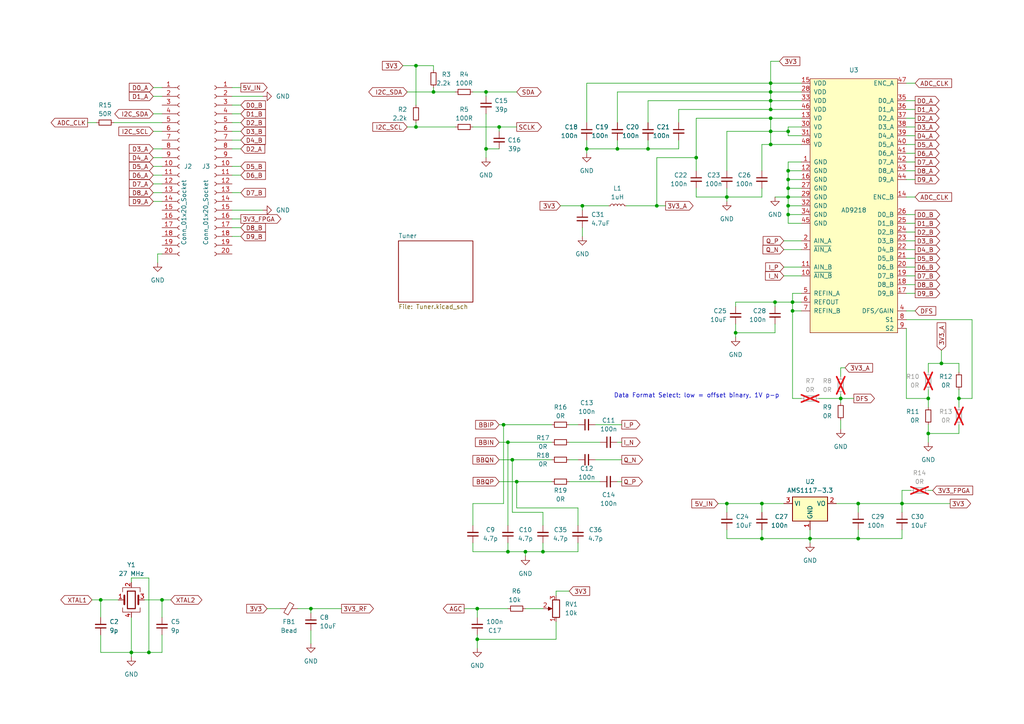
<source format=kicad_sch>
(kicad_sch (version 20230121) (generator eeschema)
  (paper "A4")
  (lib_symbols
    (symbol "Connector:Conn_01x20_Socket" (pin_names (offset 1.016) hide)
      (property "Reference" "J" (at 0 25.4 0))
      (property "Value" "Conn_01x20_Socket" (at 0 -27.94 0))
      (symbol "Conn_01x20_Socket_1_1"
        (pin passive line (at -5.08 22.86 0) (length 3.81) (name "Pin_1") (number "1"))
        (pin passive line (at -5.08 0 0) (length 3.81) (name "Pin_10") (number "10"))
        (pin passive line (at -5.08 -2.54 0) (length 3.81) (name "Pin_11") (number "11"))
        (pin passive line (at -5.08 -5.08 0) (length 3.81) (name "Pin_12") (number "12"))
        (pin passive line (at -5.08 -7.62 0) (length 3.81) (name "Pin_13") (number "13"))
        (pin passive line (at -5.08 -10.16 0) (length 3.81) (name "Pin_14") (number "14"))
        (pin passive line (at -5.08 -12.7 0) (length 3.81) (name "Pin_15") (number "15"))
        (pin passive line (at -5.08 -15.24 0) (length 3.81) (name "Pin_16") (number "16"))
        (pin passive line (at -5.08 -17.78 0) (length 3.81) (name "Pin_17") (number "17"))
        (pin passive line (at -5.08 -20.32 0) (length 3.81) (name "Pin_18") (number "18"))
        (pin passive line (at -5.08 -22.86 0) (length 3.81) (name "Pin_19") (number "19"))
        (pin passive line (at -5.08 20.32 0) (length 3.81) (name "Pin_2") (number "2"))
        (pin passive line (at -5.08 -25.4 0) (length 3.81) (name "Pin_20") (number "20"))
        (pin passive line (at -5.08 17.78 0) (length 3.81) (name "Pin_3") (number "3"))
        (pin passive line (at -5.08 15.24 0) (length 3.81) (name "Pin_4") (number "4"))
        (pin passive line (at -5.08 12.7 0) (length 3.81) (name "Pin_5") (number "5"))
        (pin passive line (at -5.08 10.16 0) (length 3.81) (name "Pin_6") (number "6"))
        (pin passive line (at -5.08 7.62 0) (length 3.81) (name "Pin_7") (number "7"))
        (pin passive line (at -5.08 5.08 0) (length 3.81) (name "Pin_8") (number "8"))
        (pin passive line (at -5.08 2.54 0) (length 3.81) (name "Pin_9") (number "9"))
      )
    )
    (symbol "Device:C_Small" (pin_numbers hide) (pin_names (offset 0.254) hide)
      (property "Reference" "C" (at 0.254 1.778 0))
      (property "Value" "C_Small" (at 0.254 -2.032 0))
      (symbol "C_Small_1_1"
        (pin passive line (at 0 2.54 270) (length 2.032) (name "~") (number "1"))
        (pin passive line (at 0 -2.54 90) (length 2.032) (name "~") (number "2"))
      )
    )
    (symbol "Device:Crystal_GND24" (pin_names (offset 1.016) hide)
      (property "Reference" "Y" (at 3.175 5.08 0))
      (property "Value" "Crystal_GND24" (at 3.175 3.175 0))
      (symbol "Crystal_GND24_1_1"
        (pin passive line (at -3.81 0 0) (length 1.27) (name "1") (number "1"))
        (pin passive line (at 0 5.08 270) (length 1.27) (name "2") (number "2"))
        (pin passive line (at 3.81 0 180) (length 1.27) (name "3") (number "3"))
        (pin passive line (at 0 -5.08 90) (length 1.27) (name "4") (number "4"))
      )
    )
    (symbol "Device:FerriteBead_Small" (pin_numbers hide) (pin_names (offset 0))
      (property "Reference" "FB" (at 1.905 1.27 0))
      (property "Value" "FerriteBead_Small" (at 1.905 -1.27 0))
      (symbol "FerriteBead_Small_1_1"
        (pin passive line (at 0 2.54 270) (length 1.27) (name "~") (number "1"))
        (pin passive line (at 0 -2.54 90) (length 1.27) (name "~") (number "2"))
      )
    )
    (symbol "Device:L_Small" (pin_numbers hide) (pin_names (offset 0.254) hide)
      (property "Reference" "L" (at 0.762 1.016 0))
      (property "Value" "L_Small" (at 0.762 -1.016 0))
      (symbol "L_Small_1_1"
        (pin passive line (at 0 2.54 270) (length 0.508) (name "~") (number "1"))
        (pin passive line (at 0 -2.54 90) (length 0.508) (name "~") (number "2"))
      )
    )
    (symbol "Device:R_Potentiometer" (pin_names (offset 1.016) hide)
      (property "Reference" "RV" (at -4.445 0 90))
      (property "Value" "R_Potentiometer" (at -2.54 0 90))
      (symbol "R_Potentiometer_1_1"
        (pin passive line (at 0 3.81 270) (length 1.27) (name "1") (number "1"))
        (pin passive line (at 3.81 0 180) (length 1.27) (name "2") (number "2"))
        (pin passive line (at 0 -3.81 90) (length 1.27) (name "3") (number "3"))
      )
    )
    (symbol "Device:R_Small" (pin_numbers hide) (pin_names (offset 0.254) hide)
      (property "Reference" "R" (at 0.762 0.508 0))
      (property "Value" "R_Small" (at 0.762 -1.016 0))
      (symbol "R_Small_1_1"
        (pin passive line (at 0 2.54 270) (length 0.762) (name "~") (number "1"))
        (pin passive line (at 0 -2.54 90) (length 0.762) (name "~") (number "2"))
      )
    )
    (symbol "Regulator_Linear:AMS1117-3.3"
      (property "Reference" "U" (at -3.81 3.175 0))
      (property "Value" "AMS1117-3.3" (at 0 3.175 0))
      (symbol "AMS1117-3.3_1_1"
        (pin power_in line (at 0 -7.62 90) (length 2.54) (name "GND") (number "1"))
        (pin power_out line (at 7.62 0 180) (length 2.54) (name "VO") (number "2"))
        (pin power_in line (at -7.62 0 0) (length 2.54) (name "VI") (number "3"))
      )
    )
    (symbol "ad9218:AD9218" (pin_names (offset 1.016))
      (property "Reference" "IC" (at -12.7 38.1 0))
      (property "Value" "AD9218" (at -12.7 -38.1 0))
      (symbol "AD9218_0_0"
        (pin power_in line (at -15.24 12.7 0) (length 2.54) (name "GND") (number "1"))
        (pin input line (at -15.24 -20.32 0) (length 2.54) (name "~{AIN_B}") (number "10"))
        (pin input line (at -15.24 -17.78 0) (length 2.54) (name "AIN_B") (number "11"))
        (pin power_in line (at -15.24 10.16 0) (length 2.54) (name "GND") (number "12"))
        (pin power_in line (at -15.24 25.4 0) (length 2.54) (name "VD") (number "13"))
        (pin input line (at 15.24 2.54 180) (length 2.54) (name "ENC_B") (number "14"))
        (pin power_in line (at -15.24 35.56 0) (length 2.54) (name "VDD") (number "15"))
        (pin power_in line (at -15.24 7.62 0) (length 2.54) (name "GND") (number "16"))
        (pin output line (at 15.24 -25.4 180) (length 2.54) (name "D9_B") (number "17"))
        (pin output line (at 15.24 -22.86 180) (length 2.54) (name "D8_B") (number "18"))
        (pin output line (at 15.24 -20.32 180) (length 2.54) (name "D7_B") (number "19"))
        (pin input line (at -15.24 -10.16 0) (length 2.54) (name "AIN_A") (number "2"))
        (pin output line (at 15.24 -17.78 180) (length 2.54) (name "D6_B") (number "20"))
        (pin output line (at 15.24 -15.24 180) (length 2.54) (name "D5_B") (number "21"))
        (pin output line (at 15.24 -12.7 180) (length 2.54) (name "D4_B") (number "22"))
        (pin output line (at 15.24 -10.16 180) (length 2.54) (name "D3_B") (number "23"))
        (pin output line (at 15.24 -7.62 180) (length 2.54) (name "D2_B") (number "24"))
        (pin output line (at 15.24 -5.08 180) (length 2.54) (name "D1_B") (number "25"))
        (pin output line (at 15.24 -2.54 180) (length 2.54) (name "D0_B") (number "26"))
        (pin power_in line (at -15.24 5.08 0) (length 2.54) (name "GND") (number "27"))
        (pin power_in line (at -15.24 33.02 0) (length 2.54) (name "VDD") (number "28"))
        (pin power_in line (at -15.24 2.54 0) (length 2.54) (name "GND") (number "29"))
        (pin input line (at -15.24 -12.7 0) (length 2.54) (name "~{AIN_A}") (number "3"))
        (pin power_in line (at -15.24 22.86 0) (length 2.54) (name "VD") (number "30"))
        (pin power_in line (at -15.24 20.32 0) (length 2.54) (name "VD") (number "31"))
        (pin power_in line (at -15.24 0 0) (length 2.54) (name "GND") (number "32"))
        (pin power_in line (at -15.24 30.48 0) (length 2.54) (name "VDD") (number "33"))
        (pin power_in line (at -15.24 -2.54 0) (length 2.54) (name "GND") (number "34"))
        (pin output line (at 15.24 30.48 180) (length 2.54) (name "D0_A") (number "35"))
        (pin output line (at 15.24 27.94 180) (length 2.54) (name "D1_A") (number "36"))
        (pin output line (at 15.24 25.4 180) (length 2.54) (name "D2_A") (number "37"))
        (pin output line (at 15.24 22.86 180) (length 2.54) (name "D3_A") (number "38"))
        (pin output line (at 15.24 20.32 180) (length 2.54) (name "D4_A") (number "39"))
        (pin input line (at 15.24 -30.48 180) (length 2.54) (name "DFS/GAIN") (number "4"))
        (pin output line (at 15.24 17.78 180) (length 2.54) (name "D5_A") (number "40"))
        (pin output line (at 15.24 15.24 180) (length 2.54) (name "D6_A") (number "41"))
        (pin output line (at 15.24 12.7 180) (length 2.54) (name "D7_A") (number "42"))
        (pin output line (at 15.24 10.16 180) (length 2.54) (name "D8_A") (number "43"))
        (pin output line (at 15.24 7.62 180) (length 2.54) (name "D9_A") (number "44"))
        (pin power_in line (at -15.24 -5.08 0) (length 2.54) (name "GND") (number "45"))
        (pin power_in line (at -15.24 27.94 0) (length 2.54) (name "VDD") (number "46"))
        (pin input line (at 15.24 35.56 180) (length 2.54) (name "ENC_A") (number "47"))
        (pin power_in line (at -15.24 17.78 0) (length 2.54) (name "VD") (number "48"))
        (pin input line (at -15.24 -25.4 0) (length 2.54) (name "REFIN_A") (number "5"))
        (pin output line (at -15.24 -27.94 0) (length 2.54) (name "REFOUT") (number "6"))
        (pin input line (at -15.24 -30.48 0) (length 2.54) (name "REFIN_B") (number "7"))
        (pin input line (at 15.24 -33.02 180) (length 2.54) (name "S1") (number "8"))
        (pin input line (at 15.24 -35.56 180) (length 2.54) (name "S2") (number "9"))
      )
    )
    (symbol "power:GND" (power) (pin_names (offset 0))
      (property "Value" "GND" (at 0 -3.81 0))
      (symbol "GND_1_1"
        (pin power_in line (at 0 0 270) (length 0) hide (name "GND") (number "1"))
      )
    )
  )
  (junction (at 229.87 90.17))
  (junction (at 43.18 189.23))
  (junction (at 144.78 36.83))
  (junction (at 220.98 146.05))
  (junction (at 120.65 36.83))
  (junction (at 223.52 34.29))
  (junction (at 269.24 125.73))
  (junction (at 190.5 59.69))
  (junction (at 223.52 31.75))
  (junction (at 228.6 38.1))
  (junction (at 187.96 43.18))
  (junction (at 210.82 57.15))
  (junction (at 248.92 156.21))
  (junction (at 224.79 87.63))
  (junction (at 243.84 115.57))
  (junction (at 38.1 189.23))
  (junction (at 248.92 146.05))
  (junction (at 140.97 43.18))
  (junction (at 269.24 115.57))
  (junction (at 228.6 49.53))
  (junction (at 229.87 87.63))
  (junction (at 170.18 43.18))
  (junction (at 278.13 115.57))
  (junction (at 228.6 52.07))
  (junction (at 223.52 38.1))
  (junction (at 201.93 45.72))
  (junction (at 140.97 26.67))
  (junction (at 228.6 57.15))
  (junction (at 179.07 43.18))
  (junction (at 46.99 173.99))
  (junction (at 223.52 29.21))
  (junction (at 90.17 176.53))
  (junction (at 152.4 160.02))
  (junction (at 210.82 146.05))
  (junction (at 149.86 139.7))
  (junction (at 234.95 156.21))
  (junction (at 147.32 128.27))
  (junction (at 157.48 160.02))
  (junction (at 273.05 105.41))
  (junction (at 213.36 96.52))
  (junction (at 120.65 19.05))
  (junction (at 125.73 26.67))
  (junction (at 29.21 173.99))
  (junction (at 228.6 62.23))
  (junction (at 138.43 185.42))
  (junction (at 220.98 156.21))
  (junction (at 223.52 26.67))
  (junction (at 228.6 54.61))
  (junction (at 138.43 176.53))
  (junction (at 223.52 41.91))
  (junction (at 228.6 59.69))
  (junction (at 147.32 160.02))
  (junction (at 223.52 24.13))
  (junction (at 261.62 146.05))
  (junction (at 146.05 123.19))
  (junction (at 148.59 133.35))
  (junction (at 168.91 59.69))
  (wire (pts (xy 43.18 189.23) (xy 38.1 189.23)))
  (wire (pts (xy 201.93 57.15) (xy 201.93 54.61)))
  (wire (pts (xy 208.28 146.05) (xy 210.82 146.05)))
  (wire (pts (xy 148.59 148.59) (xy 148.59 133.35)))
  (wire (pts (xy 262.89 115.57) (xy 269.24 115.57)))
  (wire (pts (xy 46.99 173.99) (xy 46.99 179.07)))
  (wire (pts (xy 269.24 125.73) (xy 269.24 128.27)))
  (wire (pts (xy 229.87 90.17) (xy 229.87 115.57)))
  (wire (pts (xy 261.62 153.67) (xy 261.62 156.21)))
  (wire (pts (xy 265.43 64.77) (xy 262.89 64.77)))
  (wire (pts (xy 242.57 146.05) (xy 248.92 146.05)))
  (wire (pts (xy 228.6 38.1) (xy 223.52 38.1)))
  (wire (pts (xy 278.13 105.41) (xy 278.13 107.95)))
  (wire (pts (xy 232.41 52.07) (xy 228.6 52.07)))
  (wire (pts (xy 243.84 115.57) (xy 237.49 115.57)))
  (wire (pts (xy 41.91 173.99) (xy 46.99 173.99)))
  (wire (pts (xy 281.94 115.57) (xy 278.13 115.57)))
  (wire (pts (xy 243.84 106.68) (xy 243.84 109.22)))
  (wire (pts (xy 165.1 123.19) (xy 167.64 123.19)))
  (wire (pts (xy 147.32 128.27) (xy 160.02 128.27)))
  (wire (pts (xy 265.43 52.07) (xy 262.89 52.07)))
  (wire (pts (xy 138.43 179.07) (xy 138.43 176.53)))
  (wire (pts (xy 44.45 25.4) (xy 46.99 25.4)))
  (wire (pts (xy 232.41 36.83) (xy 228.6 36.83)))
  (wire (pts (xy 187.96 40.64) (xy 187.96 43.18)))
  (wire (pts (xy 248.92 146.05) (xy 248.92 148.59)))
  (wire (pts (xy 223.52 29.21) (xy 187.96 29.21)))
  (wire (pts (xy 232.41 85.09) (xy 229.87 85.09)))
  (wire (pts (xy 201.93 34.29) (xy 223.52 34.29)))
  (wire (pts (xy 167.64 152.4) (xy 167.64 147.32)))
  (wire (pts (xy 38.1 168.91) (xy 38.1 167.64)))
  (wire (pts (xy 34.29 173.99) (xy 29.21 173.99)))
  (wire (pts (xy 269.24 123.19) (xy 269.24 125.73)))
  (wire (pts (xy 273.05 105.41) (xy 278.13 105.41)))
  (wire (pts (xy 232.41 59.69) (xy 228.6 59.69)))
  (wire (pts (xy 228.6 54.61) (xy 228.6 57.15)))
  (wire (pts (xy 118.11 26.67) (xy 125.73 26.67)))
  (wire (pts (xy 213.36 87.63) (xy 213.36 88.9)))
  (wire (pts (xy 265.43 85.09) (xy 262.89 85.09)))
  (wire (pts (xy 152.4 160.02) (xy 147.32 160.02)))
  (wire (pts (xy 265.43 39.37) (xy 262.89 39.37)))
  (wire (pts (xy 44.45 58.42) (xy 46.99 58.42)))
  (wire (pts (xy 152.4 160.02) (xy 152.4 161.29)))
  (wire (pts (xy 223.52 26.67) (xy 179.07 26.67)))
  (wire (pts (xy 44.45 38.1) (xy 46.99 38.1)))
  (wire (pts (xy 170.18 40.64) (xy 170.18 43.18)))
  (wire (pts (xy 76.2 27.94) (xy 67.31 27.94)))
  (wire (pts (xy 168.91 66.04) (xy 168.91 68.58)))
  (wire (pts (xy 137.16 146.05) (xy 146.05 146.05)))
  (wire (pts (xy 220.98 54.61) (xy 220.98 57.15)))
  (wire (pts (xy 213.36 96.52) (xy 213.36 93.98)))
  (wire (pts (xy 86.36 176.53) (xy 90.17 176.53)))
  (wire (pts (xy 157.48 152.4) (xy 157.48 148.59)))
  (wire (pts (xy 44.45 27.94) (xy 46.99 27.94)))
  (wire (pts (xy 265.43 44.45) (xy 262.89 44.45)))
  (wire (pts (xy 232.41 54.61) (xy 228.6 54.61)))
  (wire (pts (xy 165.1 139.7) (xy 173.99 139.7)))
  (wire (pts (xy 223.52 38.1) (xy 223.52 41.91)))
  (wire (pts (xy 45.72 73.66) (xy 46.99 73.66)))
  (wire (pts (xy 165.1 133.35) (xy 167.64 133.35)))
  (wire (pts (xy 232.41 77.47) (xy 227.33 77.47)))
  (wire (pts (xy 190.5 59.69) (xy 190.5 45.72)))
  (wire (pts (xy 269.24 107.95) (xy 269.24 105.41)))
  (wire (pts (xy 44.45 43.18) (xy 46.99 43.18)))
  (wire (pts (xy 147.32 128.27) (xy 147.32 152.4)))
  (wire (pts (xy 44.45 45.72) (xy 46.99 45.72)))
  (wire (pts (xy 190.5 59.69) (xy 193.04 59.69)))
  (wire (pts (xy 220.98 57.15) (xy 210.82 57.15)))
  (wire (pts (xy 210.82 146.05) (xy 220.98 146.05)))
  (wire (pts (xy 223.52 34.29) (xy 223.52 38.1)))
  (wire (pts (xy 224.79 96.52) (xy 213.36 96.52)))
  (wire (pts (xy 146.05 146.05) (xy 146.05 123.19)))
  (wire (pts (xy 273.05 101.6) (xy 273.05 105.41)))
  (wire (pts (xy 201.93 34.29) (xy 201.93 45.72)))
  (wire (pts (xy 248.92 146.05) (xy 261.62 146.05)))
  (wire (pts (xy 120.65 19.05) (xy 125.73 19.05)))
  (wire (pts (xy 265.43 69.85) (xy 262.89 69.85)))
  (wire (pts (xy 187.96 35.56) (xy 187.96 29.21)))
  (wire (pts (xy 116.84 19.05) (xy 120.65 19.05)))
  (wire (pts (xy 232.41 80.01) (xy 227.33 80.01)))
  (wire (pts (xy 26.67 173.99) (xy 29.21 173.99)))
  (wire (pts (xy 269.24 105.41) (xy 273.05 105.41)))
  (wire (pts (xy 38.1 189.23) (xy 38.1 190.5)))
  (wire (pts (xy 140.97 33.02) (xy 140.97 43.18)))
  (wire (pts (xy 144.78 133.35) (xy 148.59 133.35)))
  (wire (pts (xy 223.52 34.29) (xy 232.41 34.29)))
  (wire (pts (xy 210.82 156.21) (xy 220.98 156.21)))
  (wire (pts (xy 157.48 157.48) (xy 157.48 160.02)))
  (wire (pts (xy 229.87 90.17) (xy 229.87 87.63)))
  (wire (pts (xy 228.6 52.07) (xy 228.6 54.61)))
  (wire (pts (xy 228.6 57.15) (xy 224.79 57.15)))
  (wire (pts (xy 120.65 36.83) (xy 132.08 36.83)))
  (wire (pts (xy 144.78 36.83) (xy 149.86 36.83)))
  (wire (pts (xy 125.73 25.4) (xy 125.73 26.67)))
  (wire (pts (xy 168.91 59.69) (xy 176.53 59.69)))
  (wire (pts (xy 232.41 39.37) (xy 228.6 39.37)))
  (wire (pts (xy 243.84 121.92) (xy 243.84 124.46)))
  (wire (pts (xy 125.73 26.67) (xy 132.08 26.67)))
  (wire (pts (xy 228.6 57.15) (xy 228.6 59.69)))
  (wire (pts (xy 138.43 185.42) (xy 138.43 187.96)))
  (wire (pts (xy 232.41 29.21) (xy 223.52 29.21)))
  (wire (pts (xy 67.31 25.4) (xy 69.85 25.4)))
  (wire (pts (xy 137.16 36.83) (xy 144.78 36.83)))
  (wire (pts (xy 265.43 46.99) (xy 262.89 46.99)))
  (wire (pts (xy 220.98 156.21) (xy 234.95 156.21)))
  (wire (pts (xy 220.98 41.91) (xy 220.98 49.53)))
  (wire (pts (xy 232.41 115.57) (xy 229.87 115.57)))
  (wire (pts (xy 261.62 146.05) (xy 261.62 148.59)))
  (wire (pts (xy 261.62 156.21) (xy 248.92 156.21)))
  (wire (pts (xy 245.11 106.68) (xy 243.84 106.68)))
  (wire (pts (xy 234.95 156.21) (xy 234.95 157.48)))
  (wire (pts (xy 265.43 90.17) (xy 262.89 90.17)))
  (wire (pts (xy 90.17 182.88) (xy 90.17 186.69)))
  (wire (pts (xy 220.98 41.91) (xy 223.52 41.91)))
  (wire (pts (xy 67.31 66.04) (xy 69.85 66.04)))
  (wire (pts (xy 187.96 43.18) (xy 179.07 43.18)))
  (wire (pts (xy 228.6 49.53) (xy 228.6 52.07)))
  (wire (pts (xy 45.72 76.2) (xy 45.72 73.66)))
  (wire (pts (xy 278.13 125.73) (xy 269.24 125.73)))
  (wire (pts (xy 224.79 93.98) (xy 224.79 96.52)))
  (wire (pts (xy 220.98 146.05) (xy 227.33 146.05)))
  (wire (pts (xy 161.29 180.34) (xy 161.29 185.42)))
  (wire (pts (xy 167.64 160.02) (xy 157.48 160.02)))
  (wire (pts (xy 165.1 128.27) (xy 173.99 128.27)))
  (wire (pts (xy 265.43 36.83) (xy 262.89 36.83)))
  (wire (pts (xy 138.43 176.53) (xy 147.32 176.53)))
  (wire (pts (xy 265.43 31.75) (xy 262.89 31.75)))
  (wire (pts (xy 265.43 24.13) (xy 262.89 24.13)))
  (wire (pts (xy 140.97 26.67) (xy 149.86 26.67)))
  (wire (pts (xy 67.31 50.8) (xy 69.85 50.8)))
  (wire (pts (xy 67.31 40.64) (xy 69.85 40.64)))
  (wire (pts (xy 167.64 157.48) (xy 167.64 160.02)))
  (wire (pts (xy 196.85 43.18) (xy 187.96 43.18)))
  (wire (pts (xy 248.92 153.67) (xy 248.92 156.21)))
  (wire (pts (xy 118.11 36.83) (xy 120.65 36.83)))
  (wire (pts (xy 213.36 96.52) (xy 213.36 97.79)))
  (wire (pts (xy 232.41 62.23) (xy 228.6 62.23)))
  (wire (pts (xy 157.48 148.59) (xy 148.59 148.59)))
  (wire (pts (xy 67.31 55.88) (xy 69.85 55.88)))
  (wire (pts (xy 179.07 40.64) (xy 179.07 43.18)))
  (wire (pts (xy 144.78 123.19) (xy 146.05 123.19)))
  (wire (pts (xy 269.24 113.03) (xy 269.24 115.57)))
  (wire (pts (xy 46.99 173.99) (xy 49.53 173.99)))
  (wire (pts (xy 247.65 115.57) (xy 243.84 115.57)))
  (wire (pts (xy 265.43 49.53) (xy 262.89 49.53)))
  (wire (pts (xy 67.31 48.26) (xy 69.85 48.26)))
  (wire (pts (xy 210.82 153.67) (xy 210.82 156.21)))
  (wire (pts (xy 67.31 38.1) (xy 69.85 38.1)))
  (wire (pts (xy 146.05 123.19) (xy 160.02 123.19)))
  (wire (pts (xy 234.95 153.67) (xy 234.95 156.21)))
  (wire (pts (xy 223.52 24.13) (xy 223.52 26.67)))
  (wire (pts (xy 144.78 36.83) (xy 144.78 38.1)))
  (wire (pts (xy 223.52 31.75) (xy 232.41 31.75)))
  (wire (pts (xy 67.31 68.58) (xy 69.85 68.58)))
  (wire (pts (xy 152.4 176.53) (xy 157.48 176.53)))
  (wire (pts (xy 265.43 67.31) (xy 262.89 67.31)))
  (wire (pts (xy 232.41 26.67) (xy 223.52 26.67)))
  (wire (pts (xy 210.82 38.1) (xy 210.82 49.53)))
  (wire (pts (xy 232.41 64.77) (xy 228.6 64.77)))
  (wire (pts (xy 67.31 60.96) (xy 76.2 60.96)))
  (wire (pts (xy 223.52 24.13) (xy 170.18 24.13)))
  (wire (pts (xy 264.16 142.24) (xy 261.62 142.24)))
  (wire (pts (xy 44.45 53.34) (xy 46.99 53.34)))
  (wire (pts (xy 67.31 63.5) (xy 69.85 63.5)))
  (wire (pts (xy 223.52 41.91) (xy 232.41 41.91)))
  (wire (pts (xy 170.18 24.13) (xy 170.18 35.56)))
  (wire (pts (xy 201.93 45.72) (xy 201.93 49.53)))
  (wire (pts (xy 196.85 31.75) (xy 223.52 31.75)))
  (wire (pts (xy 223.52 38.1) (xy 210.82 38.1)))
  (wire (pts (xy 90.17 176.53) (xy 99.06 176.53)))
  (wire (pts (xy 265.43 34.29) (xy 262.89 34.29)))
  (wire (pts (xy 223.52 29.21) (xy 223.52 31.75)))
  (wire (pts (xy 137.16 152.4) (xy 137.16 146.05)))
  (wire (pts (xy 196.85 35.56) (xy 196.85 31.75)))
  (wire (pts (xy 220.98 153.67) (xy 220.98 156.21)))
  (wire (pts (xy 232.41 87.63) (xy 229.87 87.63)))
  (wire (pts (xy 44.45 50.8) (xy 46.99 50.8)))
  (wire (pts (xy 38.1 189.23) (xy 29.21 189.23)))
  (wire (pts (xy 161.29 185.42) (xy 138.43 185.42)))
  (wire (pts (xy 261.62 146.05) (xy 275.59 146.05)))
  (wire (pts (xy 243.84 114.3) (xy 243.84 115.57)))
  (wire (pts (xy 144.78 139.7) (xy 149.86 139.7)))
  (wire (pts (xy 38.1 179.07) (xy 38.1 189.23)))
  (wire (pts (xy 162.56 59.69) (xy 168.91 59.69)))
  (wire (pts (xy 29.21 184.15) (xy 29.21 189.23)))
  (wire (pts (xy 149.86 147.32) (xy 149.86 139.7)))
  (wire (pts (xy 261.62 142.24) (xy 261.62 146.05)))
  (wire (pts (xy 161.29 171.45) (xy 161.29 172.72)))
  (wire (pts (xy 232.41 49.53) (xy 228.6 49.53)))
  (wire (pts (xy 228.6 38.1) (xy 228.6 39.37)))
  (wire (pts (xy 29.21 173.99) (xy 29.21 179.07)))
  (wire (pts (xy 67.31 30.48) (xy 69.85 30.48)))
  (wire (pts (xy 179.07 139.7) (xy 180.34 139.7)))
  (wire (pts (xy 232.41 24.13) (xy 223.52 24.13)))
  (wire (pts (xy 278.13 113.03) (xy 278.13 115.57)))
  (wire (pts (xy 248.92 156.21) (xy 234.95 156.21)))
  (wire (pts (xy 167.64 147.32) (xy 149.86 147.32)))
  (wire (pts (xy 265.43 41.91) (xy 262.89 41.91)))
  (wire (pts (xy 228.6 59.69) (xy 228.6 62.23)))
  (wire (pts (xy 278.13 123.19) (xy 278.13 125.73)))
  (wire (pts (xy 179.07 128.27) (xy 180.34 128.27)))
  (wire (pts (xy 38.1 167.64) (xy 43.18 167.64)))
  (wire (pts (xy 125.73 20.32) (xy 125.73 19.05)))
  (wire (pts (xy 120.65 35.56) (xy 120.65 36.83)))
  (wire (pts (xy 220.98 146.05) (xy 220.98 148.59)))
  (wire (pts (xy 224.79 87.63) (xy 213.36 87.63)))
  (wire (pts (xy 210.82 146.05) (xy 210.82 148.59)))
  (wire (pts (xy 181.61 59.69) (xy 190.5 59.69)))
  (wire (pts (xy 243.84 115.57) (xy 243.84 116.84)))
  (wire (pts (xy 265.43 62.23) (xy 262.89 62.23)))
  (wire (pts (xy 140.97 43.18) (xy 144.78 43.18)))
  (wire (pts (xy 210.82 57.15) (xy 210.82 58.42)))
  (wire (pts (xy 226.06 17.78) (xy 223.52 17.78)))
  (wire (pts (xy 33.02 35.56) (xy 46.99 35.56)))
  (wire (pts (xy 67.31 43.18) (xy 69.85 43.18)))
  (wire (pts (xy 232.41 69.85) (xy 227.33 69.85)))
  (wire (pts (xy 262.89 95.25) (xy 262.89 115.57)))
  (wire (pts (xy 172.72 133.35) (xy 180.34 133.35)))
  (wire (pts (xy 196.85 40.64) (xy 196.85 43.18)))
  (wire (pts (xy 170.18 44.45) (xy 170.18 43.18)))
  (wire (pts (xy 165.1 171.45) (xy 161.29 171.45)))
  (wire (pts (xy 138.43 184.15) (xy 138.43 185.42)))
  (wire (pts (xy 137.16 26.67) (xy 140.97 26.67)))
  (wire (pts (xy 67.31 33.02) (xy 69.85 33.02)))
  (wire (pts (xy 269.24 142.24) (xy 270.51 142.24)))
  (wire (pts (xy 140.97 43.18) (xy 140.97 45.72)))
  (wire (pts (xy 144.78 128.27) (xy 147.32 128.27)))
  (wire (pts (xy 147.32 157.48) (xy 147.32 160.02)))
  (wire (pts (xy 157.48 160.02) (xy 152.4 160.02)))
  (wire (pts (xy 232.41 72.39) (xy 227.33 72.39)))
  (wire (pts (xy 232.41 46.99) (xy 228.6 46.99)))
  (wire (pts (xy 46.99 189.23) (xy 43.18 189.23)))
  (wire (pts (xy 67.31 35.56) (xy 69.85 35.56)))
  (wire (pts (xy 179.07 26.67) (xy 179.07 35.56)))
  (wire (pts (xy 120.65 19.05) (xy 120.65 30.48)))
  (wire (pts (xy 224.79 87.63) (xy 224.79 88.9)))
  (wire (pts (xy 223.52 17.78) (xy 223.52 24.13)))
  (wire (pts (xy 44.45 48.26) (xy 46.99 48.26)))
  (wire (pts (xy 137.16 157.48) (xy 137.16 160.02)))
  (wire (pts (xy 25.4 35.56) (xy 27.94 35.56)))
  (wire (pts (xy 210.82 57.15) (xy 201.93 57.15)))
  (wire (pts (xy 43.18 167.64) (xy 43.18 189.23)))
  (wire (pts (xy 210.82 54.61) (xy 210.82 57.15)))
  (wire (pts (xy 265.43 72.39) (xy 262.89 72.39)))
  (wire (pts (xy 232.41 57.15) (xy 228.6 57.15)))
  (wire (pts (xy 190.5 45.72) (xy 201.93 45.72)))
  (wire (pts (xy 77.47 176.53) (xy 81.28 176.53)))
  (wire (pts (xy 232.41 90.17) (xy 229.87 90.17)))
  (wire (pts (xy 148.59 133.35) (xy 160.02 133.35)))
  (wire (pts (xy 147.32 160.02) (xy 137.16 160.02)))
  (wire (pts (xy 265.43 74.93) (xy 262.89 74.93)))
  (wire (pts (xy 223.52 26.67) (xy 223.52 29.21)))
  (wire (pts (xy 269.24 115.57) (xy 269.24 118.11)))
  (wire (pts (xy 265.43 80.01) (xy 262.89 80.01)))
  (wire (pts (xy 44.45 55.88) (xy 46.99 55.88)))
  (wire (pts (xy 228.6 36.83) (xy 228.6 38.1)))
  (wire (pts (xy 228.6 46.99) (xy 228.6 49.53)))
  (wire (pts (xy 90.17 177.8) (xy 90.17 176.53)))
  (wire (pts (xy 265.43 77.47) (xy 262.89 77.47)))
  (wire (pts (xy 44.45 33.02) (xy 46.99 33.02)))
  (wire (pts (xy 179.07 43.18) (xy 170.18 43.18)))
  (wire (pts (xy 265.43 29.21) (xy 262.89 29.21)))
  (wire (pts (xy 149.86 139.7) (xy 160.02 139.7)))
  (wire (pts (xy 168.91 59.69) (xy 168.91 60.96)))
  (wire (pts (xy 229.87 87.63) (xy 224.79 87.63)))
  (wire (pts (xy 265.43 57.15) (xy 262.89 57.15)))
  (wire (pts (xy 229.87 87.63) (xy 229.87 85.09)))
  (wire (pts (xy 281.94 92.71) (xy 281.94 115.57)))
  (wire (pts (xy 262.89 92.71) (xy 281.94 92.71)))
  (wire (pts (xy 140.97 27.94) (xy 140.97 26.67)))
  (wire (pts (xy 172.72 123.19) (xy 180.34 123.19)))
  (wire (pts (xy 265.43 82.55) (xy 262.89 82.55)))
  (wire (pts (xy 134.62 176.53) (xy 138.43 176.53)))
  (wire (pts (xy 228.6 62.23) (xy 228.6 64.77)))
  (wire (pts (xy 278.13 115.57) (xy 278.13 118.11)))
  (wire (pts (xy 46.99 184.15) (xy 46.99 189.23)))
  (text "Data Format Select; low = offset binary, 1V p-p" (at 226.06 115.57 0) (effects (font (size 1.27 1.27)) (justify right bottom)))
  (global_label "D4_B" (shape input) (at 69.85 40.64 0) (property "Intersheetrefs" "${INTERSHEET_REFS}" (effects hide)))
  (global_label "3V3_A" (shape input) (at 273.05 101.6 90) (property "Intersheetrefs" "${INTERSHEET_REFS}" (effects hide)))
  (global_label "I_N" (shape input) (at 227.33 80.01 180) (property "Intersheetrefs" "${INTERSHEET_REFS}" (effects hide)))
  (global_label "D8_B" (shape input) (at 69.85 66.04 0) (property "Intersheetrefs" "${INTERSHEET_REFS}" (effects hide)))
  (global_label "D3_A" (shape output) (at 265.43 36.83 0) (property "Intersheetrefs" "${INTERSHEET_REFS}" (effects hide)))
  (global_label "D2_A" (shape input) (at 69.85 43.18 0) (property "Intersheetrefs" "${INTERSHEET_REFS}" (effects hide)))
  (global_label "D8_A" (shape input) (at 44.45 55.88 180) (property "Intersheetrefs" "${INTERSHEET_REFS}" (effects hide)))
  (global_label "D9_B" (shape output) (at 265.43 85.09 0) (property "Intersheetrefs" "${INTERSHEET_REFS}" (effects hide)))
  (global_label "D0_A" (shape output) (at 265.43 29.21 0) (property "Intersheetrefs" "${INTERSHEET_REFS}" (effects hide)))
  (global_label "BBIP" (shape input) (at 144.78 123.19 180) (property "Intersheetrefs" "${INTERSHEET_REFS}" (effects hide)))
  (global_label "D6_A" (shape input) (at 44.45 50.8 180) (property "Intersheetrefs" "${INTERSHEET_REFS}" (effects hide)))
  (global_label "Q_P" (shape input) (at 227.33 69.85 180) (property "Intersheetrefs" "${INTERSHEET_REFS}" (effects hide)))
  (global_label "D3_A" (shape input) (at 44.45 43.18 180) (property "Intersheetrefs" "${INTERSHEET_REFS}" (effects hide)))
  (global_label "Q_N" (shape output) (at 180.34 133.35 0) (property "Intersheetrefs" "${INTERSHEET_REFS}" (effects hide)))
  (global_label "5V_IN" (shape output) (at 69.85 25.4 0) (property "Intersheetrefs" "${INTERSHEET_REFS}" (effects hide)))
  (global_label "BBQP" (shape input) (at 144.78 139.7 180) (property "Intersheetrefs" "${INTERSHEET_REFS}" (effects hide)))
  (global_label "I2C_SCL" (shape input) (at 44.45 38.1 180) (property "Intersheetrefs" "${INTERSHEET_REFS}" (effects hide)))
  (global_label "D1_B" (shape input) (at 69.85 33.02 0) (property "Intersheetrefs" "${INTERSHEET_REFS}" (effects hide)))
  (global_label "XTAL2" (shape bidirectional) (at 49.53 173.99 0) (property "Intersheetrefs" "${INTERSHEET_REFS}" (effects hide)))
  (global_label "I_P" (shape output) (at 180.34 123.19 0) (property "Intersheetrefs" "${INTERSHEET_REFS}" (effects hide)))
  (global_label "3V3" (shape input) (at 165.1 171.45 0) (property "Intersheetrefs" "${INTERSHEET_REFS}" (effects hide)))
  (global_label "3V3_FPGA" (shape input) (at 270.51 142.24 0) (property "Intersheetrefs" "${INTERSHEET_REFS}" (effects hide)))
  (global_label "3V3_A" (shape input) (at 245.11 106.68 0) (property "Intersheetrefs" "${INTERSHEET_REFS}" (effects hide)))
  (global_label "3V3" (shape input) (at 226.06 17.78 0) (property "Intersheetrefs" "${INTERSHEET_REFS}" (effects hide)))
  (global_label "D5_A" (shape input) (at 44.45 48.26 180) (property "Intersheetrefs" "${INTERSHEET_REFS}" (effects hide)))
  (global_label "Q_P" (shape output) (at 180.34 139.7 0) (property "Intersheetrefs" "${INTERSHEET_REFS}" (effects hide)))
  (global_label "D1_A" (shape output) (at 265.43 31.75 0) (property "Intersheetrefs" "${INTERSHEET_REFS}" (effects hide)))
  (global_label "BBQN" (shape input) (at 144.78 133.35 180) (property "Intersheetrefs" "${INTERSHEET_REFS}" (effects hide)))
  (global_label "D0_B" (shape output) (at 265.43 62.23 0) (property "Intersheetrefs" "${INTERSHEET_REFS}" (effects hide)))
  (global_label "D9_B" (shape input) (at 69.85 68.58 0) (property "Intersheetrefs" "${INTERSHEET_REFS}" (effects hide)))
  (global_label "ADC_CLK" (shape input) (at 265.43 24.13 0) (property "Intersheetrefs" "${INTERSHEET_REFS}" (effects hide)))
  (global_label "D5_B" (shape input) (at 69.85 48.26 0) (property "Intersheetrefs" "${INTERSHEET_REFS}" (effects hide)))
  (global_label "D3_B" (shape input) (at 69.85 38.1 0) (property "Intersheetrefs" "${INTERSHEET_REFS}" (effects hide)))
  (global_label "D7_A" (shape output) (at 265.43 46.99 0) (property "Intersheetrefs" "${INTERSHEET_REFS}" (effects hide)))
  (global_label "D7_B" (shape output) (at 265.43 80.01 0) (property "Intersheetrefs" "${INTERSHEET_REFS}" (effects hide)))
  (global_label "DFS" (shape output) (at 247.65 115.57 0) (property "Intersheetrefs" "${INTERSHEET_REFS}" (effects hide)))
  (global_label "DFS" (shape input) (at 265.43 90.17 0) (property "Intersheetrefs" "${INTERSHEET_REFS}" (effects hide)))
  (global_label "3V3_A" (shape output) (at 193.04 59.69 0) (property "Intersheetrefs" "${INTERSHEET_REFS}" (effects hide)))
  (global_label "D1_B" (shape output) (at 265.43 64.77 0) (property "Intersheetrefs" "${INTERSHEET_REFS}" (effects hide)))
  (global_label "D7_B" (shape input) (at 69.85 55.88 0) (property "Intersheetrefs" "${INTERSHEET_REFS}" (effects hide)))
  (global_label "ADC_CLK" (shape output) (at 25.4 35.56 180) (property "Intersheetrefs" "${INTERSHEET_REFS}" (effects hide)))
  (global_label "D7_A" (shape input) (at 44.45 53.34 180) (property "Intersheetrefs" "${INTERSHEET_REFS}" (effects hide)))
  (global_label "D3_B" (shape output) (at 265.43 69.85 0) (property "Intersheetrefs" "${INTERSHEET_REFS}" (effects hide)))
  (global_label "3V3" (shape input) (at 162.56 59.69 180) (property "Intersheetrefs" "${INTERSHEET_REFS}" (effects hide)))
  (global_label "I_P" (shape input) (at 227.33 77.47 180) (property "Intersheetrefs" "${INTERSHEET_REFS}" (effects hide)))
  (global_label "D6_A" (shape output) (at 265.43 44.45 0) (property "Intersheetrefs" "${INTERSHEET_REFS}" (effects hide)))
  (global_label "Q_N" (shape input) (at 227.33 72.39 180) (property "Intersheetrefs" "${INTERSHEET_REFS}" (effects hide)))
  (global_label "D6_B" (shape input) (at 69.85 50.8 0) (property "Intersheetrefs" "${INTERSHEET_REFS}" (effects hide)))
  (global_label "SDA" (shape bidirectional) (at 149.86 26.67 0) (property "Intersheetrefs" "${INTERSHEET_REFS}" (effects hide)))
  (global_label "D0_A" (shape input) (at 44.45 25.4 180) (property "Intersheetrefs" "${INTERSHEET_REFS}" (effects hide)))
  (global_label "D4_A" (shape input) (at 44.45 45.72 180) (property "Intersheetrefs" "${INTERSHEET_REFS}" (effects hide)))
  (global_label "D2_B" (shape input) (at 69.85 35.56 0) (property "Intersheetrefs" "${INTERSHEET_REFS}" (effects hide)))
  (global_label "3V3" (shape output) (at 275.59 146.05 0) (property "Intersheetrefs" "${INTERSHEET_REFS}" (effects hide)))
  (global_label "D8_B" (shape output) (at 265.43 82.55 0) (property "Intersheetrefs" "${INTERSHEET_REFS}" (effects hide)))
  (global_label "3V3_RF" (shape output) (at 99.06 176.53 0) (property "Intersheetrefs" "${INTERSHEET_REFS}" (effects hide)))
  (global_label "3V3_FPGA" (shape output) (at 69.85 63.5 0) (property "Intersheetrefs" "${INTERSHEET_REFS}" (effects hide)))
  (global_label "5V_IN" (shape input) (at 208.28 146.05 180) (property "Intersheetrefs" "${INTERSHEET_REFS}" (effects hide)))
  (global_label "D6_B" (shape output) (at 265.43 77.47 0) (property "Intersheetrefs" "${INTERSHEET_REFS}" (effects hide)))
  (global_label "I2C_SCL" (shape input) (at 118.11 36.83 180) (property "Intersheetrefs" "${INTERSHEET_REFS}" (effects hide)))
  (global_label "SCLK" (shape output) (at 149.86 36.83 0) (property "Intersheetrefs" "${INTERSHEET_REFS}" (effects hide)))
  (global_label "D4_B" (shape output) (at 265.43 72.39 0) (property "Intersheetrefs" "${INTERSHEET_REFS}" (effects hide)))
  (global_label "AGC" (shape output) (at 134.62 176.53 180) (property "Intersheetrefs" "${INTERSHEET_REFS}" (effects hide)))
  (global_label "D9_A" (shape output) (at 265.43 52.07 0) (property "Intersheetrefs" "${INTERSHEET_REFS}" (effects hide)))
  (global_label "ADC_CLK" (shape input) (at 265.43 57.15 0) (property "Intersheetrefs" "${INTERSHEET_REFS}" (effects hide)))
  (global_label "D5_B" (shape output) (at 265.43 74.93 0) (property "Intersheetrefs" "${INTERSHEET_REFS}" (effects hide)))
  (global_label "D2_B" (shape output) (at 265.43 67.31 0) (property "Intersheetrefs" "${INTERSHEET_REFS}" (effects hide)))
  (global_label "D4_A" (shape output) (at 265.43 39.37 0) (property "Intersheetrefs" "${INTERSHEET_REFS}" (effects hide)))
  (global_label "3V3" (shape input) (at 77.47 176.53 180) (property "Intersheetrefs" "${INTERSHEET_REFS}" (effects hide)))
  (global_label "XTAL1" (shape bidirectional) (at 26.67 173.99 180) (property "Intersheetrefs" "${INTERSHEET_REFS}" (effects hide)))
  (global_label "3V3" (shape input) (at 116.84 19.05 180) (property "Intersheetrefs" "${INTERSHEET_REFS}" (effects hide)))
  (global_label "I2C_SDA" (shape bidirectional) (at 118.11 26.67 180) (property "Intersheetrefs" "${INTERSHEET_REFS}" (effects hide)))
  (global_label "BBIN" (shape input) (at 144.78 128.27 180) (property "Intersheetrefs" "${INTERSHEET_REFS}" (effects hide)))
  (global_label "D1_A" (shape input) (at 44.45 27.94 180) (property "Intersheetrefs" "${INTERSHEET_REFS}" (effects hide)))
  (global_label "D5_A" (shape output) (at 265.43 41.91 0) (property "Intersheetrefs" "${INTERSHEET_REFS}" (effects hide)))
  (global_label "I2C_SDA" (shape bidirectional) (at 44.45 33.02 180) (property "Intersheetrefs" "${INTERSHEET_REFS}" (effects hide)))
  (global_label "D2_A" (shape output) (at 265.43 34.29 0) (property "Intersheetrefs" "${INTERSHEET_REFS}" (effects hide)))
  (global_label "D8_A" (shape output) (at 265.43 49.53 0) (property "Intersheetrefs" "${INTERSHEET_REFS}" (effects hide)))
  (global_label "D9_A" (shape input) (at 44.45 58.42 180) (property "Intersheetrefs" "${INTERSHEET_REFS}" (effects hide)))
  (global_label "D0_B" (shape input) (at 69.85 30.48 0) (property "Intersheetrefs" "${INTERSHEET_REFS}" (effects hide)))
  (global_label "I_N" (shape output) (at 180.34 128.27 0) (property "Intersheetrefs" "${INTERSHEET_REFS}" (effects hide)))
  (symbol (lib_id "Device:Crystal_GND24") (at 38.1 173.99 0) (unit 1)
    (property "Reference" "Y1" (at 38.1 163.83 0))
    (property "Value" "27 MHz" (at 38.1 166.37 0))
    (property "Footprint" "Crystal:Crystal_SMD_3225-4Pin_3.2x2.5mm" (effects hide))
  )
  (symbol (lib_id "Device:FerriteBead_Small") (at 83.82 176.53 90) (unit 1)
    (property "Reference" "FB1" (at 83.82 180.34 90))
    (property "Value" "Bead" (at 83.82 182.88 90))
    (property "Footprint" "Resistor_SMD:R_0603_1608Metric" (effects hide))
  )
  (symbol (lib_id "power:GND") (at 210.82 58.42 0) (mirror y) (unit 1)
    (property "Reference" "#PWR014" (effects hide))
    (property "Value" "GND" (at 210.82 63.5 0))
  )
  (symbol (lib_id "power:GND") (at 269.24 128.27 0) (mirror y) (unit 1)
    (property "Reference" "#PWR019" (effects hide))
    (property "Value" "GND" (at 269.24 133.35 0))
  )
  (symbol (lib_id "Device:R_Small") (at 278.13 120.65 0) (mirror y) (unit 1) (dnp yes)
    (property "Reference" "R13" (at 274.32 119.38 0))
    (property "Value" "0R" (at 274.32 121.92 0))
    (property "Footprint" "Resistor_SMD:R_0402_1005Metric" (effects hide))
  )
  (symbol (lib_id "Device:C_Small") (at 224.79 91.44 0) (mirror y) (unit 1)
    (property "Reference" "C28" (at 222.25 90.1763 0) (effects (justify left)))
    (property "Value" "100n" (at 222.25 92.7163 0) (effects (justify left)))
    (property "Footprint" "Capacitor_SMD:C_0402_1005Metric" (effects hide))
  )
  (symbol (lib_id "Device:C_Small") (at 213.36 91.44 0) (mirror y) (unit 1)
    (property "Reference" "C25" (at 210.82 90.1763 0) (effects (justify left)))
    (property "Value" "10uF" (at 210.82 92.7163 0) (effects (justify left)))
    (property "Footprint" "Capacitor_SMD:C_0603_1608Metric" (effects hide))
  )
  (symbol (lib_id "Device:R_Small") (at 162.56 128.27 90) (mirror x) (unit 1)
    (property "Reference" "R17" (at 157.48 127 90))
    (property "Value" "0R" (at 157.48 129.54 90))
    (property "Footprint" "Resistor_SMD:R_0402_1005Metric" (effects hide))
  )
  (symbol (lib_id "Device:C_Small") (at 196.85 38.1 0) (mirror y) (unit 1)
    (property "Reference" "C21" (at 194.31 36.8363 0) (effects (justify left)))
    (property "Value" "100n" (at 194.31 39.3763 0) (effects (justify left)))
    (property "Footprint" "Capacitor_SMD:C_0402_1005Metric" (effects hide))
  )
  (symbol (lib_id "Device:C_Small") (at 144.78 40.64 0) (mirror y) (unit 1)
    (property "Reference" "C16" (at 151.13 40.64 0) (effects (justify left)))
    (property "Value" "39p" (at 151.13 43.18 0) (effects (justify left)))
    (property "Footprint" "Capacitor_SMD:C_0402_1005Metric" (effects hide))
  )
  (symbol (lib_id "Device:C_Small") (at 210.82 52.07 0) (mirror y) (unit 1)
    (property "Reference" "C23" (at 207.01 50.8 0))
    (property "Value" "100n" (at 207.01 53.34 0))
    (property "Footprint" "Capacitor_SMD:C_0402_1005Metric" (effects hide))
  )
  (symbol (lib_id "Device:R_Small") (at 266.7 142.24 270) (mirror x) (unit 1) (dnp yes)
    (property "Reference" "R14" (at 266.7 137.16 90))
    (property "Value" "0R" (at 266.7 139.7 90))
    (property "Footprint" "Resistor_SMD:R_0603_1608Metric" (effects hide))
  )
  (symbol (lib_id "Device:C_Small") (at 170.18 133.35 90) (unit 1)
    (property "Reference" "C12" (at 170.18 135.89 90))
    (property "Value" "100n" (at 170.18 138.43 90))
    (property "Footprint" "Capacitor_SMD:C_0402_1005Metric" (effects hide))
  )
  (symbol (lib_id "Device:C_Small") (at 147.32 154.94 180) (unit 1)
    (property "Reference" "C10" (at 152.4 153.67 0))
    (property "Value" "4.7p" (at 152.4 156.21 0))
    (property "Footprint" "Capacitor_SMD:C_0402_1005Metric" (effects hide))
  )
  (symbol (lib_id "Device:C_Small") (at 201.93 52.07 0) (mirror y) (unit 1)
    (property "Reference" "C22" (at 199.39 50.8063 0) (effects (justify left)))
    (property "Value" "100n" (at 199.39 53.3463 0) (effects (justify left)))
    (property "Footprint" "Capacitor_SMD:C_0402_1005Metric" (effects hide))
  )
  (symbol (lib_id "Device:R_Small") (at 134.62 26.67 90) (unit 1)
    (property "Reference" "R4" (at 134.62 21.59 90))
    (property "Value" "100R" (at 134.62 24.13 90))
    (property "Footprint" "Resistor_SMD:R_0402_1005Metric" (effects hide))
  )
  (symbol (lib_id "Device:C_Small") (at 170.18 38.1 0) (mirror y) (unit 1)
    (property "Reference" "C18" (at 167.64 36.8363 0) (effects (justify left)))
    (property "Value" "100n" (at 167.64 39.3763 0) (effects (justify left)))
    (property "Footprint" "Capacitor_SMD:C_0402_1005Metric" (effects hide))
  )
  (symbol (lib_id "power:GND") (at 140.97 45.72 0) (unit 1)
    (property "Reference" "#PWR011" (effects hide))
    (property "Value" "GND" (at 140.97 50.8 0))
  )
  (symbol (lib_id "power:GND") (at 45.72 76.2 0) (unit 1)
    (property "Reference" "#PWR04" (effects hide))
    (property "Value" "GND" (at 45.72 81.28 0))
  )
  (symbol (lib_id "Device:R_Small") (at 162.56 139.7 90) (mirror x) (unit 1)
    (property "Reference" "R19" (at 162.56 142.24 90))
    (property "Value" "0R" (at 162.56 144.78 90))
    (property "Footprint" "Resistor_SMD:R_0402_1005Metric" (effects hide))
  )
  (symbol (lib_id "Device:R_Small") (at 162.56 123.19 90) (mirror x) (unit 1)
    (property "Reference" "R16" (at 162.56 118.11 90))
    (property "Value" "0R" (at 162.56 120.65 90))
    (property "Footprint" "Resistor_SMD:R_0402_1005Metric" (effects hide))
  )
  (symbol (lib_id "power:GND") (at 234.95 157.48 0) (unit 1)
    (property "Reference" "#PWR017" (effects hide))
    (property "Value" "GND" (at 234.95 162.56 0))
  )
  (symbol (lib_id "Device:C_Small") (at 138.43 181.61 180) (unit 1)
    (property "Reference" "C17" (at 143.51 182.88 0))
    (property "Value" "100n" (at 143.51 180.34 0))
    (property "Footprint" "Capacitor_SMD:C_0402_1005Metric" (effects hide))
  )
  (symbol (lib_id "Device:L_Small") (at 179.07 59.69 90) (unit 1)
    (property "Reference" "L1" (at 179.07 54.61 90))
    (property "Value" "1uH" (at 179.07 57.15 90))
    (property "Footprint" "Inductor_SMD:L_0603_1608Metric" (effects hide))
  )
  (symbol (lib_id "power:GND") (at 243.84 124.46 0) (mirror y) (unit 1)
    (property "Reference" "#PWR018" (effects hide))
    (property "Value" "GND" (at 243.84 129.54 0))
  )
  (symbol (lib_id "Device:C_Small") (at 137.16 154.94 180) (unit 1)
    (property "Reference" "C9" (at 142.24 153.67 0))
    (property "Value" "4.7p" (at 142.24 156.21 0))
    (property "Footprint" "Capacitor_SMD:C_0402_1005Metric" (effects hide))
  )
  (symbol (lib_id "Connector:Conn_01x20_Socket") (at 62.23 48.26 0) (mirror y) (unit 1)
    (property "Reference" "J3" (at 60.96 48.26 0) (effects (justify left)))
    (property "Value" "Conn_01x20_Socket" (at 59.69 71.12 90) (effects (justify left)))
    (property "Footprint" "Connector_PinSocket_2.54mm:PinSocket_1x20_P2.54mm_Vertical" (effects hide))
  )
  (symbol (lib_id "ad9218:AD9218") (at 247.65 59.69 0) (unit 1)
    (property "Reference" "U3" (at 247.65 20.32 0))
    (property "Value" "AD9218" (at 247.65 60.96 0))
    (property "Footprint" "agg:LQFP-48" (effects hide))
    (property "Datasheet" "http://www.analog.com/media/en/technical-documentation/data-sheets/AD9218.pdf" (effects hide))
    (property "Farnell" "2376664" (effects hide))
  )
  (symbol (lib_id "Device:C_Small") (at 220.98 52.07 0) (mirror y) (unit 1)
    (property "Reference" "C26" (at 215.9 50.8 0))
    (property "Value" "100n" (at 215.9 53.34 0))
    (property "Footprint" "Capacitor_SMD:C_0402_1005Metric" (effects hide))
  )
  (symbol (lib_id "Device:R_Small") (at 120.65 33.02 0) (mirror x) (unit 1)
    (property "Reference" "R2" (at 118.11 31.75 0) (effects (justify right)))
    (property "Value" "2.2k" (at 118.11 34.29 0) (effects (justify right)))
    (property "Footprint" "Resistor_SMD:R_0402_1005Metric" (effects hide))
  )
  (symbol (lib_id "Connector:Conn_01x20_Socket") (at 52.07 48.26 0) (unit 1)
    (property "Reference" "J2" (at 53.34 48.26 0) (effects (justify left)))
    (property "Value" "Conn_01x20_Socket" (at 53.34 71.12 90) (effects (justify left)))
    (property "Footprint" "Connector_PinSocket_2.54mm:PinSocket_1x20_P2.54mm_Vertical" (effects hide))
  )
  (symbol (lib_id "Device:R_Small") (at 134.62 36.83 90) (unit 1)
    (property "Reference" "R5" (at 134.62 31.75 90))
    (property "Value" "100R" (at 134.62 34.29 90))
    (property "Footprint" "Resistor_SMD:R_0402_1005Metric" (effects hide))
  )
  (symbol (lib_id "Device:R_Small") (at 125.73 22.86 0) (mirror x) (unit 1)
    (property "Reference" "R3" (at 130.81 21.59 0) (effects (justify right)))
    (property "Value" "2.2k" (at 130.81 24.13 0) (effects (justify right)))
    (property "Footprint" "Resistor_SMD:R_0402_1005Metric" (effects hide))
  )
  (symbol (lib_id "Device:C_Small") (at 187.96 38.1 0) (mirror y) (unit 1)
    (property "Reference" "C20" (at 185.42 36.8363 0) (effects (justify left)))
    (property "Value" "100n" (at 185.42 39.3763 0) (effects (justify left)))
    (property "Footprint" "Capacitor_SMD:C_0402_1005Metric" (effects hide))
  )
  (symbol (lib_id "Device:R_Small") (at 243.84 119.38 0) (mirror x) (unit 1)
    (property "Reference" "R9" (at 241.3 118.11 0) (effects (justify right)))
    (property "Value" "0R" (at 241.3 120.65 0) (effects (justify right)))
    (property "Footprint" "Resistor_SMD:R_0402_1005Metric" (effects hide))
  )
  (symbol (lib_id "Device:C_Small") (at 248.92 151.13 0) (mirror y) (unit 1)
    (property "Reference" "C29" (at 256.54 149.86 0) (effects (justify left)))
    (property "Value" "100n" (at 256.54 152.4 0) (effects (justify left)))
    (property "Footprint" "Capacitor_SMD:C_0402_1005Metric" (effects hide))
  )
  (symbol (lib_id "Device:C_Small") (at 140.97 30.48 0) (mirror y) (unit 1)
    (property "Reference" "C15" (at 147.32 29.21 0) (effects (justify left)))
    (property "Value" "39p" (at 147.32 31.75 0) (effects (justify left)))
    (property "Footprint" "Capacitor_SMD:C_0402_1005Metric" (effects hide))
  )
  (symbol (lib_id "Device:C_Small") (at 168.91 63.5 0) (unit 1)
    (property "Reference" "C31" (at 171.45 62.2363 0) (effects (justify left)))
    (property "Value" "4.7uF" (at 171.45 64.7763 0) (effects (justify left)))
    (property "Footprint" "Capacitor_SMD:C_0603_1608Metric" (effects hide))
  )
  (symbol (lib_id "Device:R_Small") (at 269.24 110.49 0) (mirror x) (unit 1) (dnp yes)
    (property "Reference" "R10" (at 266.7 109.22 0) (effects (justify right)))
    (property "Value" "0R" (at 266.7 111.76 0) (effects (justify right)))
    (property "Footprint" "Resistor_SMD:R_0402_1005Metric" (effects hide))
  )
  (symbol (lib_id "power:GND") (at 76.2 27.94 90) (unit 1)
    (property "Reference" "#PWR06" (effects hide))
    (property "Value" "GND" (at 80.01 27.94 90) (effects (justify right)))
  )
  (symbol (lib_id "Device:R_Small") (at 149.86 176.53 90) (unit 1)
    (property "Reference" "R6" (at 151.13 171.45 90) (effects (justify left)))
    (property "Value" "10k" (at 151.13 173.99 90) (effects (justify left)))
    (property "Footprint" "Resistor_SMD:R_0402_1005Metric" (effects hide))
  )
  (symbol (lib_id "Device:C_Small") (at 46.99 181.61 180) (unit 1)
    (property "Reference" "C5" (at 49.53 180.3336 0) (effects (justify right)))
    (property "Value" "9p" (at 49.53 182.8736 0) (effects (justify right)))
    (property "Footprint" "Capacitor_SMD:C_0402_1005Metric" (effects hide))
  )
  (symbol (lib_id "Device:R_Small") (at 30.48 35.56 90) (unit 1)
    (property "Reference" "R15" (at 30.48 30.48 90))
    (property "Value" "50R" (at 30.48 33.02 90))
    (property "Footprint" "Resistor_SMD:R_0402_1005Metric" (effects hide))
  )
  (symbol (lib_id "Device:C_Small") (at 220.98 151.13 0) (mirror y) (unit 1)
    (property "Reference" "C27" (at 228.6 149.86 0) (effects (justify left)))
    (property "Value" "100n" (at 228.6 152.4 0) (effects (justify left)))
    (property "Footprint" "Capacitor_SMD:C_0402_1005Metric" (effects hide))
  )
  (symbol (lib_id "Regulator_Linear:AMS1117-3.3") (at 234.95 146.05 0) (unit 1)
    (property "Reference" "U2" (at 234.95 139.7 0))
    (property "Value" "AMS1117-3.3" (at 234.95 142.24 0))
    (property "Footprint" "Package_TO_SOT_SMD:SOT-223-3_TabPin2" (effects hide))
    (property "Datasheet" "http://www.advanced-monolithic.com/pdf/ds1117.pdf" (effects hide))
  )
  (symbol (lib_id "Device:C_Small") (at 176.53 128.27 90) (unit 1)
    (property "Reference" "C11" (at 176.5363 121.92 90))
    (property "Value" "100n" (at 176.5363 124.46 90))
    (property "Footprint" "Capacitor_SMD:C_0402_1005Metric" (effects hide))
  )
  (symbol (lib_id "Device:C_Small") (at 167.64 154.94 180) (unit 1)
    (property "Reference" "C36" (at 172.72 153.67 0))
    (property "Value" "4.7p" (at 172.72 156.21 0))
    (property "Footprint" "Capacitor_SMD:C_0402_1005Metric" (effects hide))
  )
  (symbol (lib_id "power:GND") (at 138.43 187.96 0) (unit 1)
    (property "Reference" "#PWR012" (effects hide))
    (property "Value" "GND" (at 138.43 193.04 0))
  )
  (symbol (lib_id "power:GND") (at 76.2 60.96 90) (unit 1)
    (property "Reference" "#PWR07" (effects hide))
    (property "Value" "GND" (at 80.01 60.96 90) (effects (justify right)))
  )
  (symbol (lib_id "Device:C_Small") (at 170.18 123.19 90) (unit 1)
    (property "Reference" "C13" (at 170.1863 116.84 90))
    (property "Value" "100n" (at 170.1863 119.38 90))
    (property "Footprint" "Capacitor_SMD:C_0402_1005Metric" (effects hide))
  )
  (symbol (lib_id "Device:C_Small") (at 210.82 151.13 0) (unit 1)
    (property "Reference" "C24" (at 213.36 149.8663 0) (effects (justify left)))
    (property "Value" "10uF" (at 213.36 152.4 0) (effects (justify left)))
    (property "Footprint" "Capacitor_SMD:C_0805_2012Metric" (effects hide))
  )
  (symbol (lib_id "Device:C_Small") (at 261.62 151.13 0) (unit 1)
    (property "Reference" "C30" (at 264.16 149.8663 0) (effects (justify left)))
    (property "Value" "10uF" (at 264.16 152.4063 0) (effects (justify left)))
    (property "Footprint" "Capacitor_SMD:C_0805_2012Metric" (effects hide))
  )
  (symbol (lib_id "Device:C_Small") (at 29.21 181.61 180) (unit 1)
    (property "Reference" "C2" (at 31.75 180.3336 0) (effects (justify right)))
    (property "Value" "9p" (at 31.75 182.8736 0) (effects (justify right)))
    (property "Footprint" "Capacitor_SMD:C_0402_1005Metric" (effects hide))
  )
  (symbol (lib_id "Device:R_Small") (at 278.13 110.49 0) (mirror y) (unit 1)
    (property "Reference" "R12" (at 274.32 109.22 0))
    (property "Value" "0R" (at 274.32 111.76 0))
    (property "Footprint" "Resistor_SMD:R_0402_1005Metric" (effects hide))
  )
  (symbol (lib_id "power:GND") (at 38.1 190.5 0) (unit 1)
    (property "Reference" "#PWR03" (effects hide))
    (property "Value" "GND" (at 38.1 195.58 0))
  )
  (symbol (lib_id "Device:R_Small") (at 162.56 133.35 90) (mirror x) (unit 1)
    (property "Reference" "R18" (at 157.48 132.08 90))
    (property "Value" "0R" (at 157.48 134.62 90))
    (property "Footprint" "Resistor_SMD:R_0402_1005Metric" (effects hide))
  )
  (symbol (lib_id "Device:C_Small") (at 90.17 180.34 0) (unit 1)
    (property "Reference" "C8" (at 92.71 179.0763 0) (effects (justify left)))
    (property "Value" "10uF" (at 92.71 181.61 0) (effects (justify left)))
    (property "Footprint" "Capacitor_SMD:C_0603_1608Metric" (effects hide))
  )
  (symbol (lib_id "Device:C_Small") (at 179.07 38.1 0) (mirror x) (unit 1)
    (property "Reference" "C19" (at 176.53 36.8236 0) (effects (justify right)))
    (property "Value" "100n" (at 176.53 39.3636 0) (effects (justify right)))
    (property "Footprint" "Capacitor_SMD:C_0402_1005Metric" (effects hide))
  )
  (symbol (lib_id "Device:R_Small") (at 234.95 115.57 270) (mirror x) (unit 1) (dnp yes)
    (property "Reference" "R7" (at 234.95 110.49 90))
    (property "Value" "0R" (at 234.95 113.03 90))
    (property "Footprint" "Resistor_SMD:R_0402_1005Metric" (effects hide))
  )
  (symbol (lib_id "power:GND") (at 224.79 57.15 0) (mirror y) (unit 1)
    (property "Reference" "#PWR016" (effects hide))
    (property "Value" "GND" (at 224.79 62.23 0))
  )
  (symbol (lib_id "power:GND") (at 213.36 97.79 0) (mirror y) (unit 1)
    (property "Reference" "#PWR015" (effects hide))
    (property "Value" "GND" (at 213.36 102.87 0))
  )
  (symbol (lib_id "Device:R_Small") (at 269.24 120.65 0) (mirror x) (unit 1)
    (property "Reference" "R11" (at 266.7 119.38 0) (effects (justify right)))
    (property "Value" "0R" (at 266.7 121.92 0) (effects (justify right)))
    (property "Footprint" "Resistor_SMD:R_0402_1005Metric" (effects hide))
  )
  (symbol (lib_id "Device:C_Small") (at 157.48 154.94 180) (unit 1)
    (property "Reference" "C35" (at 162.56 153.67 0))
    (property "Value" "4.7p" (at 162.56 156.21 0))
    (property "Footprint" "Capacitor_SMD:C_0402_1005Metric" (effects hide))
  )
  (symbol (lib_id "power:GND") (at 168.91 68.58 0) (unit 1)
    (property "Reference" "#PWR020" (effects hide))
    (property "Value" "GND" (at 168.91 73.66 0))
  )
  (symbol (lib_id "power:GND") (at 90.17 186.69 0) (unit 1)
    (property "Reference" "#PWR09" (effects hide))
    (property "Value" "GND" (at 90.17 191.77 0))
  )
  (symbol (lib_id "Device:R_Potentiometer") (at 161.29 176.53 180) (unit 1)
    (property "Reference" "RV1" (at 163.83 175.26 0) (effects (justify right)))
    (property "Value" "10k" (at 163.83 177.8 0) (effects (justify right)))
    (property "Footprint" "Potentiometer_SMD:Potentiometer_Bourns_TC33X_Vertical" (effects hide))
  )
  (symbol (lib_id "Device:R_Small") (at 243.84 111.76 0) (mirror x) (unit 1) (dnp yes)
    (property "Reference" "R8" (at 241.3 110.49 0) (effects (justify right)))
    (property "Value" "0R" (at 241.3 113.03 0) (effects (justify right)))
    (property "Footprint" "Resistor_SMD:R_0402_1005Metric" (effects hide))
  )
  (symbol (lib_id "Device:C_Small") (at 176.53 139.7 90) (unit 1)
    (property "Reference" "C14" (at 176.53 143.51 90))
    (property "Value" "100n" (at 176.53 146.05 90))
    (property "Footprint" "Capacitor_SMD:C_0402_1005Metric" (effects hide))
  )
  (symbol (lib_id "power:GND") (at 170.18 44.45 0) (mirror y) (unit 1)
    (property "Reference" "#PWR013" (effects hide))
    (property "Value" "GND" (at 170.18 49.53 0))
  )
  (symbol (lib_id "power:GND") (at 152.4 161.29 0) (unit 1)
    (property "Reference" "#PWR026" (effects hide))
    (property "Value" "GND" (at 152.4 166.37 0))
  )
  (sheet (at 115.57 69.85) (size 21.59 17.78) (stroke (width 0.1524))
    (property "Sheetname" "Tuner" (at 115.57 69.1384 0) (effects (justify left bottom)))
    (property "Sheetfile" "Tuner.kicad_sch" (at 115.57 88.2146 0) (effects (justify left top)))
  )
)
</source>
